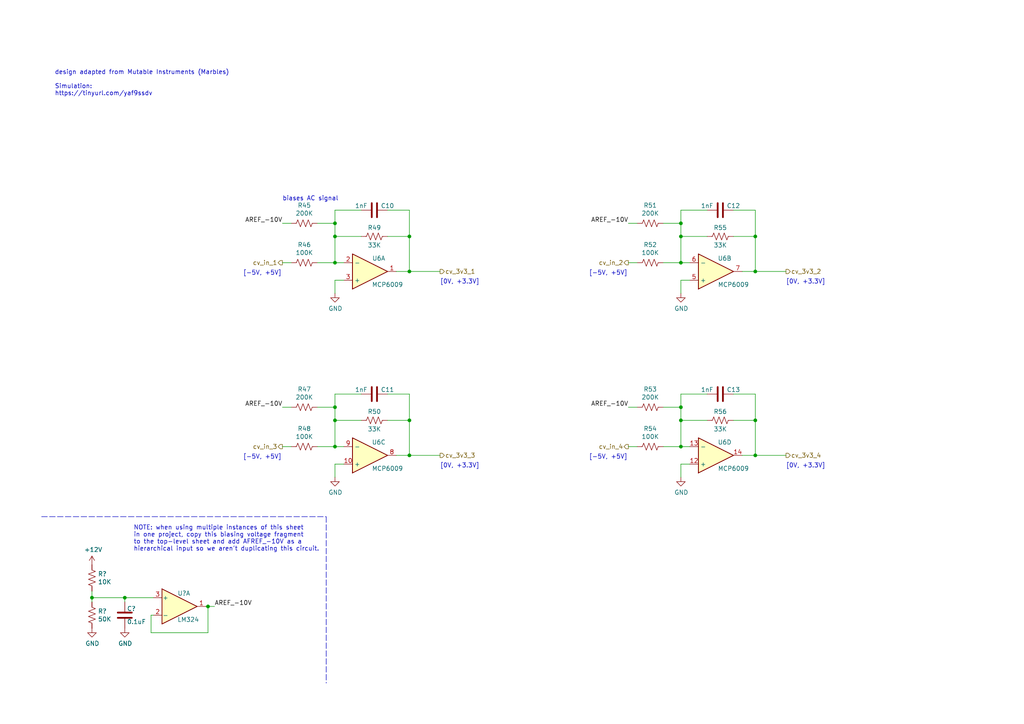
<source format=kicad_sch>
(kicad_sch (version 20211123) (generator eeschema)
  (paper "A4")
  (title_block (comment 1 "convert [-5V, 5V] CV to [0V, 3.3V] CV"))
  (lib_symbols
    (symbol "Amplifier_Operational:LM324" (pin_names (offset 0.127))
      (property "Reference" "U" (at 0 5.08 0))
      (property "Value" "LM324" (at 0 -5.08 0))
      (symbol "LM324_1_1"
        (polyline (pts (xy -5.08 5.08) (xy 5.08 0) (xy -5.08 -5.08) (xy -5.08 5.08)) (stroke (width 0.254)) (fill (type background)))
        (pin output line (at 7.62 0 180) (length 2.54) (name "~") (number "1"))
        (pin input line (at -7.62 -2.54 0) (length 2.54) (name "-") (number "2"))
        (pin input line (at -7.62 2.54 0) (length 2.54) (name "+") (number "3"))
      )
      (symbol "LM324_2_1"
        (polyline (pts (xy -5.08 5.08) (xy 5.08 0) (xy -5.08 -5.08) (xy -5.08 5.08)) (stroke (width 0.254)) (fill (type background)))
        (pin input line (at -7.62 2.54 0) (length 2.54) (name "+") (number "5"))
        (pin input line (at -7.62 -2.54 0) (length 2.54) (name "-") (number "6"))
        (pin output line (at 7.62 0 180) (length 2.54) (name "~") (number "7"))
      )
      (symbol "LM324_3_1"
        (polyline (pts (xy -5.08 5.08) (xy 5.08 0) (xy -5.08 -5.08) (xy -5.08 5.08)) (stroke (width 0.254)) (fill (type background)))
        (pin input line (at -7.62 2.54 0) (length 2.54) (name "+") (number "10"))
        (pin output line (at 7.62 0 180) (length 2.54) (name "~") (number "8"))
        (pin input line (at -7.62 -2.54 0) (length 2.54) (name "-") (number "9"))
      )
      (symbol "LM324_4_1"
        (polyline (pts (xy -5.08 5.08) (xy 5.08 0) (xy -5.08 -5.08) (xy -5.08 5.08)) (stroke (width 0.254)) (fill (type background)))
        (pin input line (at -7.62 2.54 0) (length 2.54) (name "+") (number "12"))
        (pin input line (at -7.62 -2.54 0) (length 2.54) (name "-") (number "13"))
        (pin output line (at 7.62 0 180) (length 2.54) (name "~") (number "14"))
      )
      (symbol "LM324_5_1"
        (pin power_in line (at -2.54 -7.62 90) (length 3.81) (name "V-") (number "11"))
        (pin power_in line (at -2.54 7.62 270) (length 3.81) (name "V+") (number "4"))
      )
    )
    (symbol "Device:C" (pin_numbers hide) (pin_names (offset 0.254))
      (property "Reference" "C" (at 0.635 2.54 0))
      (property "Value" "C" (at 0.635 -2.54 0))
      (symbol "C_0_1"
        (polyline (pts (xy -2.032 -0.762) (xy 2.032 -0.762)) (stroke (width 0.508)))
        (polyline (pts (xy -2.032 0.762) (xy 2.032 0.762)) (stroke (width 0.508)))
      )
      (symbol "C_1_1"
        (pin passive line (at 0 3.81 270) (length 2.794) (name "~") (number "1"))
        (pin passive line (at 0 -3.81 90) (length 2.794) (name "~") (number "2"))
      )
    )
    (symbol "Device:Opamp_Quad_Generic"
      (property "Reference" "U" (at 0 5.08 0))
      (property "Value" "Device_Opamp_Quad_Generic" (at 0 -5.08 0))
      (symbol "Opamp_Quad_Generic_1_1"
        (polyline (pts (xy -5.08 5.08) (xy 5.08 0) (xy -5.08 -5.08) (xy -5.08 5.08)) (stroke (width 0.254)) (fill (type background)))
        (pin output line (at 7.62 0 180) (length 2.54) (name "~") (number "1"))
        (pin input line (at -7.62 -2.54 0) (length 2.54) (name "-") (number "2"))
        (pin input line (at -7.62 2.54 0) (length 2.54) (name "+") (number "3"))
      )
      (symbol "Opamp_Quad_Generic_2_1"
        (polyline (pts (xy -5.08 5.08) (xy 5.08 0) (xy -5.08 -5.08) (xy -5.08 5.08)) (stroke (width 0.254)) (fill (type background)))
        (pin input line (at -7.62 2.54 0) (length 2.54) (name "+") (number "5"))
        (pin input line (at -7.62 -2.54 0) (length 2.54) (name "-") (number "6"))
        (pin output line (at 7.62 0 180) (length 2.54) (name "~") (number "7"))
      )
      (symbol "Opamp_Quad_Generic_3_1"
        (polyline (pts (xy -5.08 5.08) (xy 5.08 0) (xy -5.08 -5.08) (xy -5.08 5.08)) (stroke (width 0.254)) (fill (type background)))
        (pin input line (at -7.62 2.54 0) (length 2.54) (name "+") (number "10"))
        (pin output line (at 7.62 0 180) (length 2.54) (name "~") (number "8"))
        (pin input line (at -7.62 -2.54 0) (length 2.54) (name "-") (number "9"))
      )
      (symbol "Opamp_Quad_Generic_4_1"
        (polyline (pts (xy -5.08 5.08) (xy 5.08 0) (xy -5.08 -5.08) (xy -5.08 5.08)) (stroke (width 0.254)) (fill (type background)))
        (pin input line (at -7.62 2.54 0) (length 2.54) (name "+") (number "12"))
        (pin input line (at -7.62 -2.54 0) (length 2.54) (name "-") (number "13"))
        (pin output line (at 7.62 0 180) (length 2.54) (name "~") (number "14"))
      )
      (symbol "Opamp_Quad_Generic_5_1"
        (pin power_in line (at -2.54 -7.62 90) (length 3.81) (name "V-") (number "11"))
        (pin power_in line (at -2.54 7.62 270) (length 3.81) (name "V+") (number "4"))
      )
    )
    (symbol "Device:R_US" (pin_numbers hide) (pin_names (offset 0))
      (property "Reference" "R" (at 2.54 0 90))
      (property "Value" "R_US" (at -2.54 0 90))
      (symbol "R_US_0_1"
        (polyline (pts (xy 0 -2.286) (xy 0 -2.54)))
        (polyline (pts (xy 0 2.286) (xy 0 2.54)))
        (polyline (pts (xy 0 -0.762) (xy 1.016 -1.143) (xy 0 -1.524) (xy -1.016 -1.905) (xy 0 -2.286)))
        (polyline (pts (xy 0 0.762) (xy 1.016 0.381) (xy 0 0) (xy -1.016 -0.381) (xy 0 -0.762)))
        (polyline (pts (xy 0 2.286) (xy 1.016 1.905) (xy 0 1.524) (xy -1.016 1.143) (xy 0 0.762)))
      )
      (symbol "R_US_1_1"
        (pin passive line (at 0 3.81 270) (length 1.27) (name "~") (number "1"))
        (pin passive line (at 0 -3.81 90) (length 1.27) (name "~") (number "2"))
      )
    )
    (symbol "power:+12V" (power) (pin_names (offset 0))
      (property "Value" "+12V" (at 0 3.556 0))
      (symbol "+12V_0_1"
        (polyline (pts (xy -0.762 1.27) (xy 0 2.54)))
        (polyline (pts (xy 0 0) (xy 0 2.54)))
        (polyline (pts (xy 0 2.54) (xy 0.762 1.27)))
      )
      (symbol "+12V_1_1"
        (pin power_in line (at 0 0 90) (length 0) hide (name "+12V") (number "1"))
      )
    )
    (symbol "power:GND" (power) (pin_names (offset 0))
      (property "Value" "GND" (at 0 -3.81 0))
      (symbol "GND_0_1"
        (polyline (pts (xy 0 0) (xy 0 -1.27) (xy 1.27 -1.27) (xy 0 -2.54) (xy -1.27 -1.27) (xy 0 -1.27)))
      )
      (symbol "GND_1_1"
        (pin power_in line (at 0 0 270) (length 0) hide (name "GND") (number "1"))
      )
    )
  )
  (junction (at 36.195 173.355))
  (junction (at 219.075 121.92))
  (junction (at 219.075 78.74))
  (junction (at 118.745 132.08))
  (junction (at 219.075 68.58))
  (junction (at 97.155 68.58))
  (junction (at 97.155 76.2))
  (junction (at 219.075 132.08))
  (junction (at 97.155 64.77))
  (junction (at 118.745 121.92))
  (junction (at 118.745 68.58))
  (junction (at 197.485 121.92))
  (junction (at 97.155 129.54))
  (junction (at 197.485 129.54))
  (junction (at 197.485 118.11))
  (junction (at 60.325 175.895))
  (junction (at 197.485 68.58))
  (junction (at 197.485 76.2))
  (junction (at 197.485 64.77))
  (junction (at 118.745 78.74))
  (junction (at 26.67 173.355))
  (junction (at 97.155 121.92))
  (junction (at 97.155 118.11))
  (wire (pts (xy 219.075 114.3) (xy 219.075 121.92)))
  (wire (pts (xy 97.155 118.11) (xy 92.075 118.11)))
  (wire (pts (xy 182.245 129.54) (xy 184.785 129.54)))
  (wire (pts (xy 197.485 118.11) (xy 197.485 114.3)))
  (wire (pts (xy 118.745 114.3) (xy 118.745 121.92)))
  (wire (pts (xy 197.485 138.43) (xy 197.485 134.62)))
  (wire (pts (xy 43.815 178.435) (xy 44.45 178.435)))
  (wire (pts (xy 97.155 60.96) (xy 104.775 60.96)))
  (wire (pts (xy 219.075 121.92) (xy 219.075 132.08)))
  (wire (pts (xy 36.195 173.355) (xy 44.45 173.355)))
  (wire (pts (xy 215.265 78.74) (xy 219.075 78.74)))
  (wire (pts (xy 114.935 78.74) (xy 118.745 78.74)))
  (wire (pts (xy 205.105 68.58) (xy 197.485 68.58)))
  (wire (pts (xy 81.915 76.2) (xy 84.455 76.2)))
  (polyline (pts (xy 12.065 149.86) (xy 94.615 149.86)))
  (wire (pts (xy 118.745 78.74) (xy 127.635 78.74)))
  (polyline (pts (xy 94.615 149.86) (xy 94.615 198.12)))
  (wire (pts (xy 60.325 183.515) (xy 43.815 183.515)))
  (wire (pts (xy 197.485 68.58) (xy 197.485 76.2)))
  (wire (pts (xy 192.405 129.54) (xy 197.485 129.54)))
  (wire (pts (xy 84.455 118.11) (xy 81.915 118.11)))
  (wire (pts (xy 97.155 114.3) (xy 104.775 114.3)))
  (wire (pts (xy 197.485 129.54) (xy 200.025 129.54)))
  (wire (pts (xy 212.725 60.96) (xy 219.075 60.96)))
  (wire (pts (xy 97.155 118.11) (xy 97.155 114.3)))
  (wire (pts (xy 97.155 121.92) (xy 97.155 129.54)))
  (wire (pts (xy 60.325 175.895) (xy 60.325 183.515)))
  (wire (pts (xy 104.775 121.92) (xy 97.155 121.92)))
  (wire (pts (xy 118.745 68.58) (xy 118.745 78.74)))
  (wire (pts (xy 97.155 121.92) (xy 97.155 118.11)))
  (wire (pts (xy 197.485 114.3) (xy 205.105 114.3)))
  (wire (pts (xy 26.67 174.625) (xy 26.67 173.355)))
  (wire (pts (xy 97.155 68.58) (xy 97.155 64.77)))
  (wire (pts (xy 219.075 78.74) (xy 227.965 78.74)))
  (wire (pts (xy 184.785 64.77) (xy 182.245 64.77)))
  (wire (pts (xy 197.485 121.92) (xy 197.485 118.11)))
  (wire (pts (xy 192.405 76.2) (xy 197.485 76.2)))
  (wire (pts (xy 197.485 85.09) (xy 197.485 81.28)))
  (wire (pts (xy 197.485 134.62) (xy 200.025 134.62)))
  (wire (pts (xy 92.075 76.2) (xy 97.155 76.2)))
  (wire (pts (xy 205.105 121.92) (xy 197.485 121.92)))
  (wire (pts (xy 97.155 134.62) (xy 99.695 134.62)))
  (wire (pts (xy 81.915 129.54) (xy 84.455 129.54)))
  (wire (pts (xy 197.485 64.77) (xy 192.405 64.77)))
  (wire (pts (xy 212.725 114.3) (xy 219.075 114.3)))
  (wire (pts (xy 219.075 68.58) (xy 219.075 78.74)))
  (wire (pts (xy 84.455 64.77) (xy 81.915 64.77)))
  (wire (pts (xy 112.395 114.3) (xy 118.745 114.3)))
  (wire (pts (xy 197.485 76.2) (xy 200.025 76.2)))
  (wire (pts (xy 197.485 64.77) (xy 197.485 60.96)))
  (wire (pts (xy 43.815 183.515) (xy 43.815 178.435)))
  (wire (pts (xy 118.745 132.08) (xy 127.635 132.08)))
  (wire (pts (xy 114.935 132.08) (xy 118.745 132.08)))
  (wire (pts (xy 97.155 76.2) (xy 99.695 76.2)))
  (wire (pts (xy 97.155 81.28) (xy 99.695 81.28)))
  (wire (pts (xy 219.075 60.96) (xy 219.075 68.58)))
  (wire (pts (xy 212.725 68.58) (xy 219.075 68.58)))
  (wire (pts (xy 182.245 76.2) (xy 184.785 76.2)))
  (wire (pts (xy 62.23 175.895) (xy 60.325 175.895)))
  (wire (pts (xy 92.075 129.54) (xy 97.155 129.54)))
  (wire (pts (xy 112.395 68.58) (xy 118.745 68.58)))
  (wire (pts (xy 215.265 132.08) (xy 219.075 132.08)))
  (wire (pts (xy 97.155 138.43) (xy 97.155 134.62)))
  (wire (pts (xy 197.485 60.96) (xy 205.105 60.96)))
  (wire (pts (xy 197.485 81.28) (xy 200.025 81.28)))
  (wire (pts (xy 97.155 64.77) (xy 97.155 60.96)))
  (wire (pts (xy 197.485 121.92) (xy 197.485 129.54)))
  (wire (pts (xy 112.395 60.96) (xy 118.745 60.96)))
  (wire (pts (xy 60.325 175.895) (xy 59.69 175.895)))
  (wire (pts (xy 112.395 121.92) (xy 118.745 121.92)))
  (wire (pts (xy 97.155 85.09) (xy 97.155 81.28)))
  (wire (pts (xy 118.745 60.96) (xy 118.745 68.58)))
  (wire (pts (xy 26.67 173.355) (xy 26.67 171.45)))
  (wire (pts (xy 118.745 121.92) (xy 118.745 132.08)))
  (wire (pts (xy 219.075 132.08) (xy 227.965 132.08)))
  (wire (pts (xy 197.485 68.58) (xy 197.485 64.77)))
  (wire (pts (xy 36.195 174.625) (xy 36.195 173.355)))
  (wire (pts (xy 184.785 118.11) (xy 182.245 118.11)))
  (wire (pts (xy 26.67 173.355) (xy 36.195 173.355)))
  (wire (pts (xy 197.485 118.11) (xy 192.405 118.11)))
  (wire (pts (xy 104.775 68.58) (xy 97.155 68.58)))
  (wire (pts (xy 97.155 129.54) (xy 99.695 129.54)))
  (wire (pts (xy 97.155 64.77) (xy 92.075 64.77)))
  (wire (pts (xy 97.155 68.58) (xy 97.155 76.2)))
  (wire (pts (xy 212.725 121.92) (xy 219.075 121.92)))
  (text "design adapted from Mutable Instruments (Marbles)\n\nSimulation:\nhttps://tinyurl.com/yaf9ssdv" (at 15.875 27.94 0) (effects (font (size 1.27 1.27)) (justify left bottom)))
  (text "[0V, +3.3V]" (at 127.635 82.55 0) (effects (font (size 1.27 1.27)) (justify left bottom)))
  (text "[-5V, +5V]\n" (at 70.485 133.35 0) (effects (font (size 1.27 1.27)) (justify left bottom)))
  (text "biases AC signal" (at 81.915 58.42 0) (effects (font (size 1.27 1.27)) (justify left bottom)))
  (text "[-5V, +5V]\n" (at 170.815 80.01 0) (effects (font (size 1.27 1.27)) (justify left bottom)))
  (text "[-5V, +5V]\n" (at 70.485 80.01 0) (effects (font (size 1.27 1.27)) (justify left bottom)))
  (text "[0V, +3.3V]" (at 127.635 135.89 0) (effects (font (size 1.27 1.27)) (justify left bottom)))
  (text "[0V, +3.3V]" (at 227.965 135.89 0) (effects (font (size 1.27 1.27)) (justify left bottom)))
  (text "[0V, +3.3V]" (at 227.965 82.55 0) (effects (font (size 1.27 1.27)) (justify left bottom)))
  (text "NOTE: when using multiple instances of this sheet\nin one project, copy this biasing voltage fragment\nto the top-level sheet and add AFREF_-10V as a\nhierarchical input so we aren't duplicating this circuit." (at 38.735 160.02 0) (effects (font (size 1.27 1.27)) (justify left bottom)))
  (text "[-5V, +5V]\n" (at 170.815 133.35 0) (effects (font (size 1.27 1.27)) (justify left bottom)))
  (label "AREF_-10V" (at 182.245 64.77 180))
  (label "AREF_-10V" (at 81.915 64.77 180))
  (label "AREF_-10V" (at 81.915 118.11 180))
  (label "AREF_-10V" (at 182.245 118.11 180))
  (label "AREF_-10V" (at 62.23 175.895 0))
  (hierarchical_label "cv_3v3_3" (shape output) (at 127.635 132.08 0))
  (hierarchical_label "cv_in_1" (shape output) (at 81.915 76.2 180))
  (hierarchical_label "cv_in_3" (shape output) (at 81.915 129.54 180))
  (hierarchical_label "cv_3v3_1" (shape output) (at 127.635 78.74 0))
  (hierarchical_label "cv_3v3_4" (shape output) (at 227.965 132.08 0))
  (hierarchical_label "cv_in_2" (shape output) (at 182.245 76.2 180))
  (hierarchical_label "cv_in_4" (shape output) (at 182.245 129.54 180))
  (hierarchical_label "cv_3v3_2" (shape output) (at 227.965 78.74 0))
  (symbol (lib_id "Device:R_US") (at 26.67 167.64 0) (unit 1)
    (property "Reference" "R?" (at 28.3972 166.4716 0) (effects (justify left)))
    (property "Value" "10K" (at 28.3972 168.783 0) (effects (justify left)))
  )
  (symbol (lib_id "Device:R_US") (at 26.67 178.435 0) (unit 1)
    (property "Reference" "R?" (at 28.3972 177.2666 0) (effects (justify left)))
    (property "Value" "50K" (at 28.3972 179.578 0) (effects (justify left)))
  )
  (symbol (lib_id "power:GND") (at 26.67 182.245 0) (unit 1)
    (property "Reference" "#PWR?" (effects hide))
    (property "Value" "GND" (at 26.797 186.6392 0))
  )
  (symbol (lib_id "power:+12V") (at 26.67 163.83 0) (unit 1)
    (property "Reference" "#PWR?" (effects hide))
    (property "Value" "+12V" (at 27.051 159.4358 0))
  )
  (symbol (lib_id "Amplifier_Operational:LM324") (at 52.07 175.895 0) (unit 1)
    (property "Reference" "U?" (at 53.34 172.085 0))
    (property "Value" "LM324" (at 54.61 179.705 0))
    (property "Datasheet" "http://www.ti.com/lit/ds/symlink/lm2902-n.pdf" (effects hide))
  )
  (symbol (lib_id "Device:C") (at 36.195 178.435 0) (unit 1)
    (property "Reference" "C?" (at 36.83 176.53 0) (effects (justify left)))
    (property "Value" "0.1uF" (at 36.83 180.34 0) (effects (justify left)))
  )
  (symbol (lib_id "power:GND") (at 36.195 182.245 0) (unit 1)
    (property "Reference" "#PWR?" (effects hide))
    (property "Value" "GND" (at 36.322 186.6392 0))
  )
  (symbol (lib_id "Device:Opamp_Quad_Generic") (at 107.315 78.74 0) (mirror x) (unit 1)
    (property "Reference" "U6" (at 109.855 74.93 0))
    (property "Value" "MCP6009" (at 112.395 82.55 0))
    (property "mpn" "MCP6009-E/SL" (effects hide))
  )
  (symbol (lib_id "Device:R_US") (at 88.265 76.2 90) (unit 1)
    (property "Reference" "R46" (at 88.265 70.993 90))
    (property "Value" "100K" (at 88.265 73.3044 90))
  )
  (symbol (lib_id "Device:R_US") (at 88.265 64.77 270) (unit 1)
    (property "Reference" "R45" (at 88.265 59.563 90))
    (property "Value" "200K" (at 88.265 61.8744 90))
  )
  (symbol (lib_id "power:GND") (at 97.155 85.09 0) (unit 1)
    (property "Reference" "#PWR021" (effects hide))
    (property "Value" "GND" (at 97.282 89.4842 0))
  )
  (symbol (lib_id "Device:R_US") (at 108.585 68.58 270) (unit 1)
    (property "Reference" "R49" (at 108.585 66.04 90))
    (property "Value" "33K" (at 108.585 71.12 90))
  )
  (symbol (lib_id "Device:C") (at 108.585 60.96 270) (unit 1)
    (property "Reference" "C10" (at 112.395 59.69 90))
    (property "Value" "1nF" (at 104.775 59.69 90))
  )
  (symbol (lib_id "Device:Opamp_Quad_Generic") (at 207.645 78.74 0) (mirror x) (unit 2)
    (property "Reference" "U6" (at 210.185 74.93 0))
    (property "Value" "MCP6009" (at 212.725 82.55 0))
    (property "mpn" "MCP6009-E/SL" (effects hide))
  )
  (symbol (lib_id "Device:R_US") (at 188.595 76.2 90) (unit 1)
    (property "Reference" "R52" (at 188.595 70.993 90))
    (property "Value" "100K" (at 188.595 73.3044 90))
  )
  (symbol (lib_id "Device:R_US") (at 188.595 64.77 270) (unit 1)
    (property "Reference" "R51" (at 188.595 59.563 90))
    (property "Value" "200K" (at 188.595 61.8744 90))
  )
  (symbol (lib_id "power:GND") (at 197.485 85.09 0) (unit 1)
    (property "Reference" "#PWR023" (effects hide))
    (property "Value" "GND" (at 197.612 89.4842 0))
  )
  (symbol (lib_id "Device:R_US") (at 208.915 68.58 270) (unit 1)
    (property "Reference" "R55" (at 208.915 66.04 90))
    (property "Value" "33K" (at 208.915 71.12 90))
  )
  (symbol (lib_id "Device:C") (at 208.915 60.96 270) (unit 1)
    (property "Reference" "C12" (at 212.725 59.69 90))
    (property "Value" "1nF" (at 205.105 59.69 90))
  )
  (symbol (lib_id "Device:Opamp_Quad_Generic") (at 107.315 132.08 0) (mirror x) (unit 3)
    (property "Reference" "U6" (at 109.855 128.27 0))
    (property "Value" "MCP6009" (at 112.395 135.89 0))
    (property "mpn" "MCP6009-E/SL" (effects hide))
  )
  (symbol (lib_id "Device:R_US") (at 88.265 129.54 90) (unit 1)
    (property "Reference" "R48" (at 88.265 124.333 90))
    (property "Value" "100K" (at 88.265 126.6444 90))
  )
  (symbol (lib_id "Device:R_US") (at 88.265 118.11 270) (unit 1)
    (property "Reference" "R47" (at 88.265 112.903 90))
    (property "Value" "200K" (at 88.265 115.2144 90))
  )
  (symbol (lib_id "power:GND") (at 97.155 138.43 0) (unit 1)
    (property "Reference" "#PWR022" (effects hide))
    (property "Value" "GND" (at 97.282 142.8242 0))
  )
  (symbol (lib_id "Device:R_US") (at 108.585 121.92 270) (unit 1)
    (property "Reference" "R50" (at 108.585 119.38 90))
    (property "Value" "33K" (at 108.585 124.46 90))
  )
  (symbol (lib_id "Device:C") (at 108.585 114.3 270) (unit 1)
    (property "Reference" "C11" (at 112.395 113.03 90))
    (property "Value" "1nF" (at 104.775 113.03 90))
  )
  (symbol (lib_id "Device:Opamp_Quad_Generic") (at 207.645 132.08 0) (mirror x) (unit 4)
    (property "Reference" "U6" (at 210.185 128.27 0))
    (property "Value" "MCP6009" (at 212.725 135.89 0))
    (property "mpn" "MCP6009-E/SL" (effects hide))
  )
  (symbol (lib_id "Device:R_US") (at 188.595 129.54 90) (unit 1)
    (property "Reference" "R54" (at 188.595 124.333 90))
    (property "Value" "100K" (at 188.595 126.6444 90))
  )
  (symbol (lib_id "Device:R_US") (at 188.595 118.11 270) (unit 1)
    (property "Reference" "R53" (at 188.595 112.903 90))
    (property "Value" "200K" (at 188.595 115.2144 90))
  )
  (symbol (lib_id "power:GND") (at 197.485 138.43 0) (unit 1)
    (property "Reference" "#PWR024" (effects hide))
    (property "Value" "GND" (at 197.612 142.8242 0))
  )
  (symbol (lib_id "Device:R_US") (at 208.915 121.92 270) (unit 1)
    (property "Reference" "R56" (at 208.915 119.38 90))
    (property "Value" "33K" (at 208.915 124.46 90))
  )
  (symbol (lib_id "Device:C") (at 208.915 114.3 270) (unit 1)
    (property "Reference" "C13" (at 212.725 113.03 90))
    (property "Value" "1nF" (at 205.105 113.03 90))
  )
)
</source>
